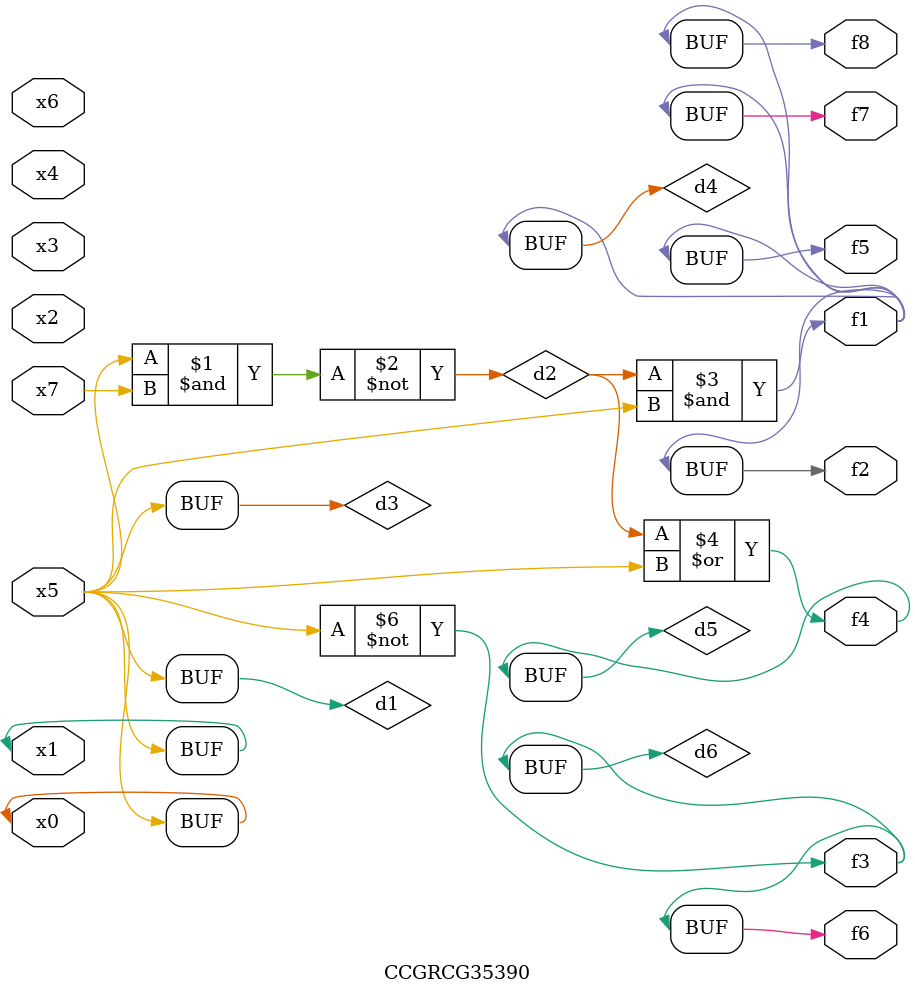
<source format=v>
module CCGRCG35390(
	input x0, x1, x2, x3, x4, x5, x6, x7,
	output f1, f2, f3, f4, f5, f6, f7, f8
);

	wire d1, d2, d3, d4, d5, d6;

	buf (d1, x0, x5);
	nand (d2, x5, x7);
	buf (d3, x0, x1);
	and (d4, d2, d3);
	or (d5, d2, d3);
	nor (d6, d1, d3);
	assign f1 = d4;
	assign f2 = d4;
	assign f3 = d6;
	assign f4 = d5;
	assign f5 = d4;
	assign f6 = d6;
	assign f7 = d4;
	assign f8 = d4;
endmodule

</source>
